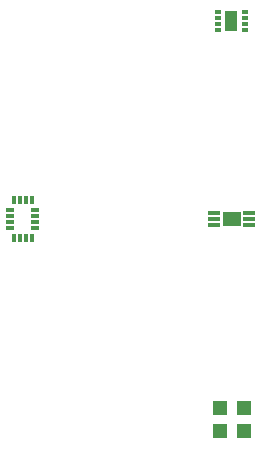
<source format=gts>
G04 EAGLE Gerber RS-274X export*
G75*
%MOMM*%
%FSLAX34Y34*%
%LPD*%
%INTop Solder Mask*%
%IPPOS*%
%AMOC8*
5,1,8,0,0,1.08239X$1,22.5*%
G01*
%ADD10R,1.101600X0.321600*%
%ADD11R,1.601600X1.301600*%
%ADD12R,0.600000X0.300000*%
%ADD13R,1.100000X1.800000*%
%ADD14R,1.193000X1.243000*%
%ADD15R,0.451600X0.701600*%
%ADD16R,0.701600X0.451600*%


D10*
X259076Y272966D03*
X259076Y277966D03*
X259076Y267966D03*
X289076Y272966D03*
X289076Y277966D03*
X289076Y267966D03*
D11*
X274076Y272966D03*
D12*
X285551Y433302D03*
X285551Y438302D03*
X285551Y443302D03*
X285551Y448302D03*
X263051Y448302D03*
X263051Y443302D03*
X263051Y438302D03*
X263051Y433302D03*
D13*
X274051Y440802D03*
D14*
X264575Y93786D03*
X284575Y93786D03*
X284575Y113344D03*
X264575Y113344D03*
D15*
X94857Y288914D03*
X99857Y288914D03*
X89857Y288914D03*
X104857Y288914D03*
D16*
X86857Y280664D03*
X86857Y275664D03*
X86857Y270664D03*
X86857Y265664D03*
X107857Y280664D03*
X107857Y275664D03*
X107857Y270664D03*
X107857Y265664D03*
D15*
X99857Y257414D03*
X94857Y257414D03*
X104857Y257414D03*
X89857Y257414D03*
M02*

</source>
